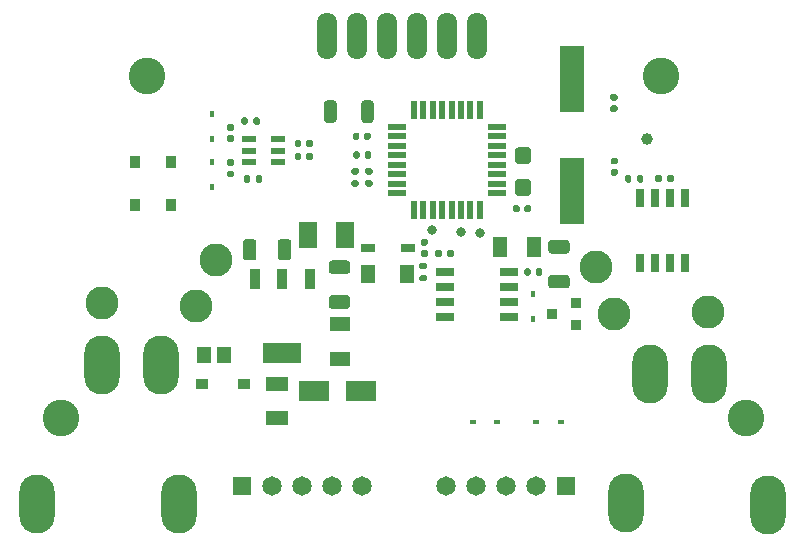
<source format=gbr>
%TF.GenerationSoftware,KiCad,Pcbnew,(5.1.10)-1*%
%TF.CreationDate,2021-11-08T10:20:26+05:30*%
%TF.ProjectId,Modbus_IO_Board,4d6f6462-7573-45f4-994f-5f426f617264,rev?*%
%TF.SameCoordinates,Original*%
%TF.FileFunction,Soldermask,Top*%
%TF.FilePolarity,Negative*%
%FSLAX46Y46*%
G04 Gerber Fmt 4.6, Leading zero omitted, Abs format (unit mm)*
G04 Created by KiCad (PCBNEW (5.1.10)-1) date 2021-11-08 10:20:26*
%MOMM*%
%LPD*%
G01*
G04 APERTURE LIST*
%ADD10R,0.600000X0.450000*%
%ADD11O,3.000000X5.000000*%
%ADD12C,2.800000*%
%ADD13R,1.650000X2.250000*%
%ADD14R,0.650000X1.595000*%
%ADD15C,1.000000*%
%ADD16R,2.500000X1.800000*%
%ADD17R,1.800000X1.200000*%
%ADD18R,1.200000X1.800000*%
%ADD19R,1.525000X0.650000*%
%ADD20R,1.150000X1.470000*%
%ADD21R,1.050000X0.850000*%
%ADD22C,0.800000*%
%ADD23R,1.200000X0.600000*%
%ADD24R,0.850000X1.050000*%
%ADD25R,1.500000X0.600000*%
%ADD26R,0.600000X1.500000*%
%ADD27R,1.900000X1.300000*%
%ADD28R,0.840000X0.840000*%
%ADD29R,0.450000X0.600000*%
%ADD30R,3.200000X1.750000*%
%ADD31R,0.950000X1.750000*%
%ADD32R,2.100000X5.600000*%
%ADD33R,1.150000X1.650000*%
%ADD34R,1.200000X0.750000*%
%ADD35C,3.100000*%
%ADD36R,1.650000X1.650000*%
%ADD37C,1.650000*%
%ADD38O,1.700000X4.000000*%
G04 APERTURE END LIST*
D10*
%TO.C,D11*%
X207000000Y-115050000D03*
X209100000Y-115050000D03*
%TD*%
%TO.C,D10*%
X201600000Y-115075000D03*
X203700000Y-115075000D03*
%TD*%
D11*
%TO.C,12V*%
X216590000Y-110980000D03*
%TD*%
%TO.C,12V*%
X175220000Y-110250000D03*
%TD*%
%TO.C,GND*%
X170220000Y-110240000D03*
%TD*%
%TO.C,GND*%
X221590000Y-110980000D03*
%TD*%
D12*
%TO.C,B*%
X179900000Y-101400000D03*
%TD*%
%TO.C,A*%
X178220000Y-105250000D03*
%TD*%
D11*
%TO.C,Z1*%
X226590000Y-122140000D03*
%TD*%
%TO.C,Z2*%
X214580000Y-121970000D03*
%TD*%
D13*
%TO.C,C8*%
X190800000Y-99230000D03*
X187700000Y-99230000D03*
%TD*%
D14*
%TO.C,IC5*%
X219585000Y-101652000D03*
X218315000Y-101652000D03*
X217045000Y-101652000D03*
X215775000Y-101652000D03*
X215775000Y-96148000D03*
X217045000Y-96148000D03*
X218315000Y-96148000D03*
X219585000Y-96148000D03*
%TD*%
D15*
%TO.C,GND*%
X216350000Y-91080000D03*
%TD*%
D16*
%TO.C,D4*%
X188160000Y-112460000D03*
X192160000Y-112460000D03*
%TD*%
D17*
%TO.C,FB1*%
X190350000Y-106810000D03*
X190350000Y-109710000D03*
%TD*%
D12*
%TO.C,A*%
X213590000Y-105940000D03*
%TD*%
D18*
%TO.C,FB2*%
X206800000Y-100230000D03*
X203900000Y-100230000D03*
%TD*%
D19*
%TO.C,IC3*%
X204682000Y-102385000D03*
X204682000Y-103655000D03*
X204682000Y-104925000D03*
X204682000Y-106195000D03*
X199258000Y-106195000D03*
X199258000Y-104925000D03*
X199258000Y-103655000D03*
X199258000Y-102385000D03*
%TD*%
%TO.C,C9*%
G36*
G01*
X190980001Y-102550000D02*
X189679999Y-102550000D01*
G75*
G02*
X189430000Y-102300001I0J249999D01*
G01*
X189430000Y-101649999D01*
G75*
G02*
X189679999Y-101400000I249999J0D01*
G01*
X190980001Y-101400000D01*
G75*
G02*
X191230000Y-101649999I0J-249999D01*
G01*
X191230000Y-102300001D01*
G75*
G02*
X190980001Y-102550000I-249999J0D01*
G01*
G37*
G36*
G01*
X190980001Y-105500000D02*
X189679999Y-105500000D01*
G75*
G02*
X189430000Y-105250001I0J249999D01*
G01*
X189430000Y-104599999D01*
G75*
G02*
X189679999Y-104350000I249999J0D01*
G01*
X190980001Y-104350000D01*
G75*
G02*
X191230000Y-104599999I0J-249999D01*
G01*
X191230000Y-105250001D01*
G75*
G02*
X190980001Y-105500000I-249999J0D01*
G01*
G37*
%TD*%
D20*
%TO.C,RT1*%
X180590000Y-109440000D03*
X178830000Y-109440000D03*
%TD*%
D12*
%TO.C,B*%
X212090000Y-101940000D03*
%TD*%
D21*
%TO.C,D3*%
X178650000Y-111850000D03*
X182250000Y-111850000D03*
%TD*%
D22*
%TO.C,TP1*%
X200610000Y-99020000D03*
%TD*%
%TO.C,C12*%
G36*
G01*
X208259999Y-99670000D02*
X209560001Y-99670000D01*
G75*
G02*
X209810000Y-99919999I0J-249999D01*
G01*
X209810000Y-100570001D01*
G75*
G02*
X209560001Y-100820000I-249999J0D01*
G01*
X208259999Y-100820000D01*
G75*
G02*
X208010000Y-100570001I0J249999D01*
G01*
X208010000Y-99919999D01*
G75*
G02*
X208259999Y-99670000I249999J0D01*
G01*
G37*
G36*
G01*
X208259999Y-102620000D02*
X209560001Y-102620000D01*
G75*
G02*
X209810000Y-102869999I0J-249999D01*
G01*
X209810000Y-103520001D01*
G75*
G02*
X209560001Y-103770000I-249999J0D01*
G01*
X208259999Y-103770000D01*
G75*
G02*
X208010000Y-103520001I0J249999D01*
G01*
X208010000Y-102869999D01*
G75*
G02*
X208259999Y-102620000I249999J0D01*
G01*
G37*
%TD*%
D23*
%TO.C,IC4*%
X185150000Y-91150000D03*
X185150000Y-92100000D03*
X185150000Y-93050000D03*
X182650000Y-93050000D03*
X182650000Y-92100000D03*
X182650000Y-91150000D03*
%TD*%
D24*
%TO.C,D8*%
X176100000Y-93100000D03*
X176100000Y-96700000D03*
%TD*%
D25*
%TO.C,IC1*%
X203670000Y-95690000D03*
X203670000Y-94890000D03*
X203670000Y-94090000D03*
X203670000Y-93290000D03*
X203670000Y-92490000D03*
X203670000Y-91690000D03*
X203670000Y-90890000D03*
X203670000Y-90090000D03*
D26*
X202220000Y-88640000D03*
X201420000Y-88640000D03*
X200620000Y-88640000D03*
X199820000Y-88640000D03*
X199020000Y-88640000D03*
X198220000Y-88640000D03*
X197420000Y-88640000D03*
X196620000Y-88640000D03*
D25*
X195170000Y-90090000D03*
X195170000Y-90890000D03*
X195170000Y-91690000D03*
X195170000Y-92490000D03*
X195170000Y-93290000D03*
X195170000Y-94090000D03*
X195170000Y-94890000D03*
X195170000Y-95690000D03*
D26*
X196620000Y-97140000D03*
X197420000Y-97140000D03*
X198220000Y-97140000D03*
X199020000Y-97140000D03*
X199820000Y-97140000D03*
X200620000Y-97140000D03*
X201420000Y-97140000D03*
X202220000Y-97140000D03*
%TD*%
%TO.C,R6*%
G36*
G01*
X182560000Y-89415000D02*
X182560000Y-89785000D01*
G75*
G02*
X182425000Y-89920000I-135000J0D01*
G01*
X182155000Y-89920000D01*
G75*
G02*
X182020000Y-89785000I0J135000D01*
G01*
X182020000Y-89415000D01*
G75*
G02*
X182155000Y-89280000I135000J0D01*
G01*
X182425000Y-89280000D01*
G75*
G02*
X182560000Y-89415000I0J-135000D01*
G01*
G37*
G36*
G01*
X183580000Y-89415000D02*
X183580000Y-89785000D01*
G75*
G02*
X183445000Y-89920000I-135000J0D01*
G01*
X183175000Y-89920000D01*
G75*
G02*
X183040000Y-89785000I0J135000D01*
G01*
X183040000Y-89415000D01*
G75*
G02*
X183175000Y-89280000I135000J0D01*
G01*
X183445000Y-89280000D01*
G75*
G02*
X183580000Y-89415000I0J-135000D01*
G01*
G37*
%TD*%
%TO.C,R5*%
G36*
G01*
X218090000Y-94665000D02*
X218090000Y-94295000D01*
G75*
G02*
X218225000Y-94160000I135000J0D01*
G01*
X218495000Y-94160000D01*
G75*
G02*
X218630000Y-94295000I0J-135000D01*
G01*
X218630000Y-94665000D01*
G75*
G02*
X218495000Y-94800000I-135000J0D01*
G01*
X218225000Y-94800000D01*
G75*
G02*
X218090000Y-94665000I0J135000D01*
G01*
G37*
G36*
G01*
X217070000Y-94665000D02*
X217070000Y-94295000D01*
G75*
G02*
X217205000Y-94160000I135000J0D01*
G01*
X217475000Y-94160000D01*
G75*
G02*
X217610000Y-94295000I0J-135000D01*
G01*
X217610000Y-94665000D01*
G75*
G02*
X217475000Y-94800000I-135000J0D01*
G01*
X217205000Y-94800000D01*
G75*
G02*
X217070000Y-94665000I0J135000D01*
G01*
G37*
%TD*%
%TO.C,C4*%
G36*
G01*
X192450000Y-92630000D02*
X192450000Y-92290000D01*
G75*
G02*
X192590000Y-92150000I140000J0D01*
G01*
X192870000Y-92150000D01*
G75*
G02*
X193010000Y-92290000I0J-140000D01*
G01*
X193010000Y-92630000D01*
G75*
G02*
X192870000Y-92770000I-140000J0D01*
G01*
X192590000Y-92770000D01*
G75*
G02*
X192450000Y-92630000I0J140000D01*
G01*
G37*
G36*
G01*
X191490000Y-92630000D02*
X191490000Y-92290000D01*
G75*
G02*
X191630000Y-92150000I140000J0D01*
G01*
X191910000Y-92150000D01*
G75*
G02*
X192050000Y-92290000I0J-140000D01*
G01*
X192050000Y-92630000D01*
G75*
G02*
X191910000Y-92770000I-140000J0D01*
G01*
X191630000Y-92770000D01*
G75*
G02*
X191490000Y-92630000I0J140000D01*
G01*
G37*
%TD*%
%TO.C,R4*%
G36*
G01*
X215530000Y-94675000D02*
X215530000Y-94305000D01*
G75*
G02*
X215665000Y-94170000I135000J0D01*
G01*
X215935000Y-94170000D01*
G75*
G02*
X216070000Y-94305000I0J-135000D01*
G01*
X216070000Y-94675000D01*
G75*
G02*
X215935000Y-94810000I-135000J0D01*
G01*
X215665000Y-94810000D01*
G75*
G02*
X215530000Y-94675000I0J135000D01*
G01*
G37*
G36*
G01*
X214510000Y-94675000D02*
X214510000Y-94305000D01*
G75*
G02*
X214645000Y-94170000I135000J0D01*
G01*
X214915000Y-94170000D01*
G75*
G02*
X215050000Y-94305000I0J-135000D01*
G01*
X215050000Y-94675000D01*
G75*
G02*
X214915000Y-94810000I-135000J0D01*
G01*
X214645000Y-94810000D01*
G75*
G02*
X214510000Y-94675000I0J135000D01*
G01*
G37*
%TD*%
%TO.C,C10*%
G36*
G01*
X185100000Y-101150001D02*
X185100000Y-99849999D01*
G75*
G02*
X185349999Y-99600000I249999J0D01*
G01*
X186000001Y-99600000D01*
G75*
G02*
X186250000Y-99849999I0J-249999D01*
G01*
X186250000Y-101150001D01*
G75*
G02*
X186000001Y-101400000I-249999J0D01*
G01*
X185349999Y-101400000D01*
G75*
G02*
X185100000Y-101150001I0J249999D01*
G01*
G37*
G36*
G01*
X182150000Y-101150001D02*
X182150000Y-99849999D01*
G75*
G02*
X182399999Y-99600000I249999J0D01*
G01*
X183050001Y-99600000D01*
G75*
G02*
X183300000Y-99849999I0J-249999D01*
G01*
X183300000Y-101150001D01*
G75*
G02*
X183050001Y-101400000I-249999J0D01*
G01*
X182399999Y-101400000D01*
G75*
G02*
X182150000Y-101150001I0J249999D01*
G01*
G37*
%TD*%
%TO.C,R2*%
G36*
G01*
X198440000Y-100995000D02*
X198440000Y-100625000D01*
G75*
G02*
X198575000Y-100490000I135000J0D01*
G01*
X198845000Y-100490000D01*
G75*
G02*
X198980000Y-100625000I0J-135000D01*
G01*
X198980000Y-100995000D01*
G75*
G02*
X198845000Y-101130000I-135000J0D01*
G01*
X198575000Y-101130000D01*
G75*
G02*
X198440000Y-100995000I0J135000D01*
G01*
G37*
G36*
G01*
X199460000Y-100995000D02*
X199460000Y-100625000D01*
G75*
G02*
X199595000Y-100490000I135000J0D01*
G01*
X199865000Y-100490000D01*
G75*
G02*
X200000000Y-100625000I0J-135000D01*
G01*
X200000000Y-100995000D01*
G75*
G02*
X199865000Y-101130000I-135000J0D01*
G01*
X199595000Y-101130000D01*
G75*
G02*
X199460000Y-100995000I0J135000D01*
G01*
G37*
%TD*%
%TO.C,C2*%
G36*
G01*
X205590000Y-96860000D02*
X205590000Y-97200000D01*
G75*
G02*
X205450000Y-97340000I-140000J0D01*
G01*
X205170000Y-97340000D01*
G75*
G02*
X205030000Y-97200000I0J140000D01*
G01*
X205030000Y-96860000D01*
G75*
G02*
X205170000Y-96720000I140000J0D01*
G01*
X205450000Y-96720000D01*
G75*
G02*
X205590000Y-96860000I0J-140000D01*
G01*
G37*
G36*
G01*
X206550000Y-96860000D02*
X206550000Y-97200000D01*
G75*
G02*
X206410000Y-97340000I-140000J0D01*
G01*
X206130000Y-97340000D01*
G75*
G02*
X205990000Y-97200000I0J140000D01*
G01*
X205990000Y-96860000D01*
G75*
G02*
X206130000Y-96720000I140000J0D01*
G01*
X206410000Y-96720000D01*
G75*
G02*
X206550000Y-96860000I0J-140000D01*
G01*
G37*
%TD*%
D27*
%TO.C,RV1*%
X185040000Y-114750000D03*
X185040000Y-111850000D03*
%TD*%
%TO.C,L1*%
G36*
G01*
X192180000Y-89500001D02*
X192180000Y-88099999D01*
G75*
G02*
X192429999Y-87850000I249999J0D01*
G01*
X192980001Y-87850000D01*
G75*
G02*
X193230000Y-88099999I0J-249999D01*
G01*
X193230000Y-89500001D01*
G75*
G02*
X192980001Y-89750000I-249999J0D01*
G01*
X192429999Y-89750000D01*
G75*
G02*
X192180000Y-89500001I0J249999D01*
G01*
G37*
G36*
G01*
X189030000Y-89500001D02*
X189030000Y-88099999D01*
G75*
G02*
X189279999Y-87850000I249999J0D01*
G01*
X189830001Y-87850000D01*
G75*
G02*
X190080000Y-88099999I0J-249999D01*
G01*
X190080000Y-89500001D01*
G75*
G02*
X189830001Y-89750000I-249999J0D01*
G01*
X189279999Y-89750000D01*
G75*
G02*
X189030000Y-89500001I0J249999D01*
G01*
G37*
%TD*%
%TO.C,R3*%
G36*
G01*
X191835000Y-94130000D02*
X191465000Y-94130000D01*
G75*
G02*
X191330000Y-93995000I0J135000D01*
G01*
X191330000Y-93725000D01*
G75*
G02*
X191465000Y-93590000I135000J0D01*
G01*
X191835000Y-93590000D01*
G75*
G02*
X191970000Y-93725000I0J-135000D01*
G01*
X191970000Y-93995000D01*
G75*
G02*
X191835000Y-94130000I-135000J0D01*
G01*
G37*
G36*
G01*
X191835000Y-95150000D02*
X191465000Y-95150000D01*
G75*
G02*
X191330000Y-95015000I0J135000D01*
G01*
X191330000Y-94745000D01*
G75*
G02*
X191465000Y-94610000I135000J0D01*
G01*
X191835000Y-94610000D01*
G75*
G02*
X191970000Y-94745000I0J-135000D01*
G01*
X191970000Y-95015000D01*
G75*
G02*
X191835000Y-95150000I-135000J0D01*
G01*
G37*
%TD*%
D28*
%TO.C,U1*%
X208350000Y-105940000D03*
X210355000Y-105000000D03*
X210355000Y-106880000D03*
%TD*%
%TO.C,R7*%
G36*
G01*
X192635000Y-94610000D02*
X193005000Y-94610000D01*
G75*
G02*
X193140000Y-94745000I0J-135000D01*
G01*
X193140000Y-95015000D01*
G75*
G02*
X193005000Y-95150000I-135000J0D01*
G01*
X192635000Y-95150000D01*
G75*
G02*
X192500000Y-95015000I0J135000D01*
G01*
X192500000Y-94745000D01*
G75*
G02*
X192635000Y-94610000I135000J0D01*
G01*
G37*
G36*
G01*
X192635000Y-93590000D02*
X193005000Y-93590000D01*
G75*
G02*
X193140000Y-93725000I0J-135000D01*
G01*
X193140000Y-93995000D01*
G75*
G02*
X193005000Y-94130000I-135000J0D01*
G01*
X192635000Y-94130000D01*
G75*
G02*
X192500000Y-93995000I0J135000D01*
G01*
X192500000Y-93725000D01*
G75*
G02*
X192635000Y-93590000I135000J0D01*
G01*
G37*
%TD*%
D29*
%TO.C,D5*%
X206740000Y-106380000D03*
X206740000Y-104280000D03*
%TD*%
%TO.C,R1*%
G36*
G01*
X197605000Y-102150000D02*
X197235000Y-102150000D01*
G75*
G02*
X197100000Y-102015000I0J135000D01*
G01*
X197100000Y-101745000D01*
G75*
G02*
X197235000Y-101610000I135000J0D01*
G01*
X197605000Y-101610000D01*
G75*
G02*
X197740000Y-101745000I0J-135000D01*
G01*
X197740000Y-102015000D01*
G75*
G02*
X197605000Y-102150000I-135000J0D01*
G01*
G37*
G36*
G01*
X197605000Y-103170000D02*
X197235000Y-103170000D01*
G75*
G02*
X197100000Y-103035000I0J135000D01*
G01*
X197100000Y-102765000D01*
G75*
G02*
X197235000Y-102630000I135000J0D01*
G01*
X197605000Y-102630000D01*
G75*
G02*
X197740000Y-102765000I0J-135000D01*
G01*
X197740000Y-103035000D01*
G75*
G02*
X197605000Y-103170000I-135000J0D01*
G01*
G37*
%TD*%
D30*
%TO.C,IC2*%
X185500000Y-109250000D03*
D31*
X183200000Y-102950000D03*
X185500000Y-102950000D03*
X187800000Y-102950000D03*
%TD*%
%TO.C,R8*%
G36*
G01*
X182760000Y-94315000D02*
X182760000Y-94685000D01*
G75*
G02*
X182625000Y-94820000I-135000J0D01*
G01*
X182355000Y-94820000D01*
G75*
G02*
X182220000Y-94685000I0J135000D01*
G01*
X182220000Y-94315000D01*
G75*
G02*
X182355000Y-94180000I135000J0D01*
G01*
X182625000Y-94180000D01*
G75*
G02*
X182760000Y-94315000I0J-135000D01*
G01*
G37*
G36*
G01*
X183780000Y-94315000D02*
X183780000Y-94685000D01*
G75*
G02*
X183645000Y-94820000I-135000J0D01*
G01*
X183375000Y-94820000D01*
G75*
G02*
X183240000Y-94685000I0J135000D01*
G01*
X183240000Y-94315000D01*
G75*
G02*
X183375000Y-94180000I135000J0D01*
G01*
X183645000Y-94180000D01*
G75*
G02*
X183780000Y-94315000I0J-135000D01*
G01*
G37*
%TD*%
D29*
%TO.C,D7*%
X179525000Y-89025000D03*
X179525000Y-91125000D03*
%TD*%
%TO.C,C5*%
G36*
G01*
X192020000Y-90710000D02*
X192020000Y-91050000D01*
G75*
G02*
X191880000Y-91190000I-140000J0D01*
G01*
X191600000Y-91190000D01*
G75*
G02*
X191460000Y-91050000I0J140000D01*
G01*
X191460000Y-90710000D01*
G75*
G02*
X191600000Y-90570000I140000J0D01*
G01*
X191880000Y-90570000D01*
G75*
G02*
X192020000Y-90710000I0J-140000D01*
G01*
G37*
G36*
G01*
X192980000Y-90710000D02*
X192980000Y-91050000D01*
G75*
G02*
X192840000Y-91190000I-140000J0D01*
G01*
X192560000Y-91190000D01*
G75*
G02*
X192420000Y-91050000I0J140000D01*
G01*
X192420000Y-90710000D01*
G75*
G02*
X192560000Y-90570000I140000J0D01*
G01*
X192840000Y-90570000D01*
G75*
G02*
X192980000Y-90710000I0J-140000D01*
G01*
G37*
%TD*%
D32*
%TO.C,Y1*%
X209980000Y-86040000D03*
X209980000Y-95540000D03*
%TD*%
D22*
%TO.C,TP2*%
X202249200Y-99040000D03*
%TD*%
%TO.C,C3*%
G36*
G01*
X206295001Y-93220000D02*
X205444999Y-93220000D01*
G75*
G02*
X205195000Y-92970001I0J249999D01*
G01*
X205195000Y-92069999D01*
G75*
G02*
X205444999Y-91820000I249999J0D01*
G01*
X206295001Y-91820000D01*
G75*
G02*
X206545000Y-92069999I0J-249999D01*
G01*
X206545000Y-92970001D01*
G75*
G02*
X206295001Y-93220000I-249999J0D01*
G01*
G37*
G36*
G01*
X206295001Y-95920000D02*
X205444999Y-95920000D01*
G75*
G02*
X205195000Y-95670001I0J249999D01*
G01*
X205195000Y-94769999D01*
G75*
G02*
X205444999Y-94520000I249999J0D01*
G01*
X206295001Y-94520000D01*
G75*
G02*
X206545000Y-94769999I0J-249999D01*
G01*
X206545000Y-95670001D01*
G75*
G02*
X206295001Y-95920000I-249999J0D01*
G01*
G37*
%TD*%
%TO.C,C13*%
G36*
G01*
X181270000Y-90400000D02*
X180930000Y-90400000D01*
G75*
G02*
X180790000Y-90260000I0J140000D01*
G01*
X180790000Y-89980000D01*
G75*
G02*
X180930000Y-89840000I140000J0D01*
G01*
X181270000Y-89840000D01*
G75*
G02*
X181410000Y-89980000I0J-140000D01*
G01*
X181410000Y-90260000D01*
G75*
G02*
X181270000Y-90400000I-140000J0D01*
G01*
G37*
G36*
G01*
X181270000Y-91360000D02*
X180930000Y-91360000D01*
G75*
G02*
X180790000Y-91220000I0J140000D01*
G01*
X180790000Y-90940000D01*
G75*
G02*
X180930000Y-90800000I140000J0D01*
G01*
X181270000Y-90800000D01*
G75*
G02*
X181410000Y-90940000I0J-140000D01*
G01*
X181410000Y-91220000D01*
G75*
G02*
X181270000Y-91360000I-140000J0D01*
G01*
G37*
%TD*%
%TO.C,C16*%
G36*
G01*
X187100000Y-92430000D02*
X187100000Y-92770000D01*
G75*
G02*
X186960000Y-92910000I-140000J0D01*
G01*
X186680000Y-92910000D01*
G75*
G02*
X186540000Y-92770000I0J140000D01*
G01*
X186540000Y-92430000D01*
G75*
G02*
X186680000Y-92290000I140000J0D01*
G01*
X186960000Y-92290000D01*
G75*
G02*
X187100000Y-92430000I0J-140000D01*
G01*
G37*
G36*
G01*
X188060000Y-92430000D02*
X188060000Y-92770000D01*
G75*
G02*
X187920000Y-92910000I-140000J0D01*
G01*
X187640000Y-92910000D01*
G75*
G02*
X187500000Y-92770000I0J140000D01*
G01*
X187500000Y-92430000D01*
G75*
G02*
X187640000Y-92290000I140000J0D01*
G01*
X187920000Y-92290000D01*
G75*
G02*
X188060000Y-92430000I0J-140000D01*
G01*
G37*
%TD*%
D33*
%TO.C,D1*%
X196070000Y-102540000D03*
X192770000Y-102540000D03*
%TD*%
D34*
%TO.C,D2*%
X192750000Y-100350000D03*
X196150000Y-100350000D03*
%TD*%
%TO.C,C1*%
G36*
G01*
X197690000Y-100140000D02*
X197350000Y-100140000D01*
G75*
G02*
X197210000Y-100000000I0J140000D01*
G01*
X197210000Y-99720000D01*
G75*
G02*
X197350000Y-99580000I140000J0D01*
G01*
X197690000Y-99580000D01*
G75*
G02*
X197830000Y-99720000I0J-140000D01*
G01*
X197830000Y-100000000D01*
G75*
G02*
X197690000Y-100140000I-140000J0D01*
G01*
G37*
G36*
G01*
X197690000Y-101100000D02*
X197350000Y-101100000D01*
G75*
G02*
X197210000Y-100960000I0J140000D01*
G01*
X197210000Y-100680000D01*
G75*
G02*
X197350000Y-100540000I140000J0D01*
G01*
X197690000Y-100540000D01*
G75*
G02*
X197830000Y-100680000I0J-140000D01*
G01*
X197830000Y-100960000D01*
G75*
G02*
X197690000Y-101100000I-140000J0D01*
G01*
G37*
%TD*%
D22*
%TO.C,TP3*%
X198200000Y-98820000D03*
%TD*%
%TO.C,C11*%
G36*
G01*
X205970000Y-102560000D02*
X205970000Y-102220000D01*
G75*
G02*
X206110000Y-102080000I140000J0D01*
G01*
X206390000Y-102080000D01*
G75*
G02*
X206530000Y-102220000I0J-140000D01*
G01*
X206530000Y-102560000D01*
G75*
G02*
X206390000Y-102700000I-140000J0D01*
G01*
X206110000Y-102700000D01*
G75*
G02*
X205970000Y-102560000I0J140000D01*
G01*
G37*
G36*
G01*
X206930000Y-102560000D02*
X206930000Y-102220000D01*
G75*
G02*
X207070000Y-102080000I140000J0D01*
G01*
X207350000Y-102080000D01*
G75*
G02*
X207490000Y-102220000I0J-140000D01*
G01*
X207490000Y-102560000D01*
G75*
G02*
X207350000Y-102700000I-140000J0D01*
G01*
X207070000Y-102700000D01*
G75*
G02*
X206930000Y-102560000I0J140000D01*
G01*
G37*
%TD*%
%TO.C,C15*%
G36*
G01*
X187100000Y-91330000D02*
X187100000Y-91670000D01*
G75*
G02*
X186960000Y-91810000I-140000J0D01*
G01*
X186680000Y-91810000D01*
G75*
G02*
X186540000Y-91670000I0J140000D01*
G01*
X186540000Y-91330000D01*
G75*
G02*
X186680000Y-91190000I140000J0D01*
G01*
X186960000Y-91190000D01*
G75*
G02*
X187100000Y-91330000I0J-140000D01*
G01*
G37*
G36*
G01*
X188060000Y-91330000D02*
X188060000Y-91670000D01*
G75*
G02*
X187920000Y-91810000I-140000J0D01*
G01*
X187640000Y-91810000D01*
G75*
G02*
X187500000Y-91670000I0J140000D01*
G01*
X187500000Y-91330000D01*
G75*
G02*
X187640000Y-91190000I140000J0D01*
G01*
X187920000Y-91190000D01*
G75*
G02*
X188060000Y-91330000I0J-140000D01*
G01*
G37*
%TD*%
D24*
%TO.C,D6*%
X173000000Y-93100000D03*
X173000000Y-96700000D03*
%TD*%
D29*
%TO.C,D9*%
X179500000Y-95150000D03*
X179500000Y-93050000D03*
%TD*%
%TO.C,C7*%
G36*
G01*
X213400000Y-88270000D02*
X213740000Y-88270000D01*
G75*
G02*
X213880000Y-88410000I0J-140000D01*
G01*
X213880000Y-88690000D01*
G75*
G02*
X213740000Y-88830000I-140000J0D01*
G01*
X213400000Y-88830000D01*
G75*
G02*
X213260000Y-88690000I0J140000D01*
G01*
X213260000Y-88410000D01*
G75*
G02*
X213400000Y-88270000I140000J0D01*
G01*
G37*
G36*
G01*
X213400000Y-87310000D02*
X213740000Y-87310000D01*
G75*
G02*
X213880000Y-87450000I0J-140000D01*
G01*
X213880000Y-87730000D01*
G75*
G02*
X213740000Y-87870000I-140000J0D01*
G01*
X213400000Y-87870000D01*
G75*
G02*
X213260000Y-87730000I0J140000D01*
G01*
X213260000Y-87450000D01*
G75*
G02*
X213400000Y-87310000I140000J0D01*
G01*
G37*
%TD*%
%TO.C,C14*%
G36*
G01*
X180930000Y-93800000D02*
X181270000Y-93800000D01*
G75*
G02*
X181410000Y-93940000I0J-140000D01*
G01*
X181410000Y-94220000D01*
G75*
G02*
X181270000Y-94360000I-140000J0D01*
G01*
X180930000Y-94360000D01*
G75*
G02*
X180790000Y-94220000I0J140000D01*
G01*
X180790000Y-93940000D01*
G75*
G02*
X180930000Y-93800000I140000J0D01*
G01*
G37*
G36*
G01*
X180930000Y-92840000D02*
X181270000Y-92840000D01*
G75*
G02*
X181410000Y-92980000I0J-140000D01*
G01*
X181410000Y-93260000D01*
G75*
G02*
X181270000Y-93400000I-140000J0D01*
G01*
X180930000Y-93400000D01*
G75*
G02*
X180790000Y-93260000I0J140000D01*
G01*
X180790000Y-92980000D01*
G75*
G02*
X180930000Y-92840000I140000J0D01*
G01*
G37*
%TD*%
%TO.C,C6*%
G36*
G01*
X213770000Y-93260000D02*
X213430000Y-93260000D01*
G75*
G02*
X213290000Y-93120000I0J140000D01*
G01*
X213290000Y-92840000D01*
G75*
G02*
X213430000Y-92700000I140000J0D01*
G01*
X213770000Y-92700000D01*
G75*
G02*
X213910000Y-92840000I0J-140000D01*
G01*
X213910000Y-93120000D01*
G75*
G02*
X213770000Y-93260000I-140000J0D01*
G01*
G37*
G36*
G01*
X213770000Y-94220000D02*
X213430000Y-94220000D01*
G75*
G02*
X213290000Y-94080000I0J140000D01*
G01*
X213290000Y-93800000D01*
G75*
G02*
X213430000Y-93660000I140000J0D01*
G01*
X213770000Y-93660000D01*
G75*
G02*
X213910000Y-93800000I0J-140000D01*
G01*
X213910000Y-94080000D01*
G75*
G02*
X213770000Y-94220000I-140000J0D01*
G01*
G37*
%TD*%
D35*
%TO.C,H1*%
X174010000Y-85760000D03*
%TD*%
%TO.C,H4*%
X224770000Y-114780000D03*
%TD*%
%TO.C,H3*%
X166760000Y-114780000D03*
%TD*%
%TO.C,H2*%
X217520000Y-85760000D03*
%TD*%
D12*
%TO.C,GND*%
X221550000Y-105770000D03*
%TD*%
%TO.C,GND*%
X170200000Y-105010000D03*
%TD*%
D36*
%TO.C,J3*%
X209490000Y-120500000D03*
D37*
X206950000Y-120500000D03*
X204410000Y-120500000D03*
X201870000Y-120500000D03*
X199330000Y-120500000D03*
%TD*%
D36*
%TO.C,J2*%
X182040000Y-120490000D03*
D37*
X184580000Y-120490000D03*
X187120000Y-120490000D03*
X189660000Y-120490000D03*
X192200000Y-120490000D03*
%TD*%
D11*
%TO.C,Z1*%
X176710000Y-122010000D03*
%TD*%
%TO.C,Z2*%
X164710000Y-122010000D03*
%TD*%
D38*
%TO.C,J1*%
X201980000Y-82430000D03*
X199440000Y-82430000D03*
X196900000Y-82430000D03*
X194360000Y-82430000D03*
X191820000Y-82430000D03*
X189280000Y-82430000D03*
%TD*%
M02*

</source>
